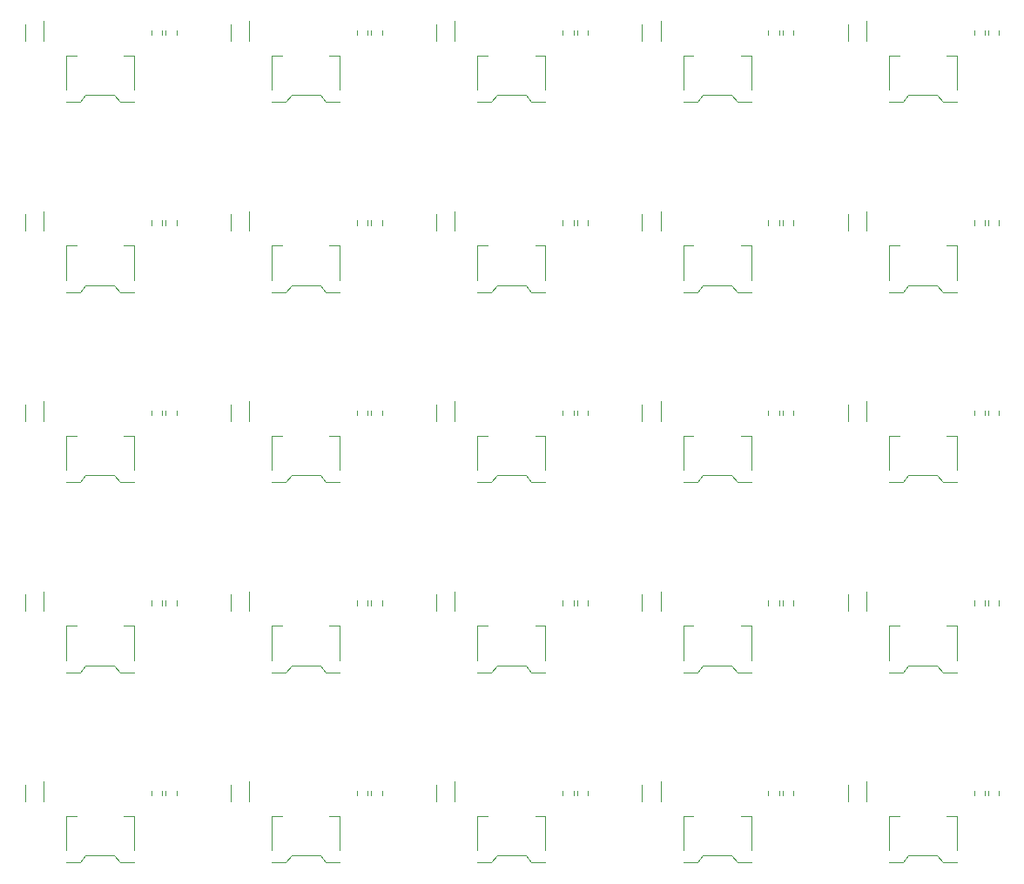
<source format=gto>
%TF.GenerationSoftware,KiCad,Pcbnew,(6.0.5)*%
%TF.CreationDate,2022-08-23T21:33:37+08:00*%
%TF.ProjectId,without-power-switch-using-molex-connector-panelized,77697468-6f75-4742-9d70-6f7765722d73,rev?*%
%TF.SameCoordinates,Original*%
%TF.FileFunction,Legend,Top*%
%TF.FilePolarity,Positive*%
%FSLAX46Y46*%
G04 Gerber Fmt 4.6, Leading zero omitted, Abs format (unit mm)*
G04 Created by KiCad (PCBNEW (6.0.5)) date 2022-08-23 21:33:37*
%MOMM*%
%LPD*%
G01*
G04 APERTURE LIST*
%ADD10C,0.120000*%
G04 APERTURE END LIST*
D10*
%TO.C,U1*%
X23700000Y-60800000D02*
X23700000Y-62400000D01*
X25500000Y-62400000D02*
X25500000Y-60500000D01*
%TO.C,R1*%
X98422500Y-24837258D02*
X98422500Y-24362742D01*
X97377500Y-24837258D02*
X97377500Y-24362742D01*
X117377500Y-98837258D02*
X117377500Y-98362742D01*
X118422500Y-98837258D02*
X118422500Y-98362742D01*
%TO.C,U1*%
X103700000Y-23800000D02*
X103700000Y-25400000D01*
X105500000Y-25400000D02*
X105500000Y-23500000D01*
%TO.C,J2*%
X49600000Y-67700000D02*
X52400000Y-67700000D01*
X54300000Y-63850000D02*
X53300000Y-63850000D01*
X47700000Y-63850000D02*
X48700000Y-63850000D01*
X47700000Y-68350000D02*
X49050000Y-68350000D01*
X49600000Y-67700000D02*
X49050000Y-68350000D01*
X47700000Y-67200000D02*
X47700000Y-63850000D01*
X52400000Y-67700000D02*
X52950000Y-68350000D01*
X54300000Y-68350000D02*
X52950000Y-68350000D01*
X54300000Y-67200000D02*
X54300000Y-63850000D01*
X32400000Y-104700000D02*
X32950000Y-105350000D01*
X27700000Y-105350000D02*
X29050000Y-105350000D01*
X29600000Y-104700000D02*
X32400000Y-104700000D01*
X34300000Y-104200000D02*
X34300000Y-100850000D01*
X27700000Y-100850000D02*
X28700000Y-100850000D01*
X34300000Y-100850000D02*
X33300000Y-100850000D01*
X29600000Y-104700000D02*
X29050000Y-105350000D01*
X34300000Y-105350000D02*
X32950000Y-105350000D01*
X27700000Y-104200000D02*
X27700000Y-100850000D01*
%TO.C,R2*%
X37022500Y-98362742D02*
X37022500Y-98837258D01*
X35977500Y-98362742D02*
X35977500Y-98837258D01*
%TO.C,U1*%
X105500000Y-62400000D02*
X105500000Y-60500000D01*
X103700000Y-60800000D02*
X103700000Y-62400000D01*
%TO.C,R2*%
X117022500Y-42862742D02*
X117022500Y-43337258D01*
X115977500Y-42862742D02*
X115977500Y-43337258D01*
%TO.C,J2*%
X89600000Y-86200000D02*
X89050000Y-86850000D01*
X94300000Y-86850000D02*
X92950000Y-86850000D01*
X89600000Y-86200000D02*
X92400000Y-86200000D01*
X87700000Y-82350000D02*
X88700000Y-82350000D01*
X87700000Y-86850000D02*
X89050000Y-86850000D01*
X92400000Y-86200000D02*
X92950000Y-86850000D01*
X94300000Y-85700000D02*
X94300000Y-82350000D01*
X94300000Y-82350000D02*
X93300000Y-82350000D01*
X87700000Y-85700000D02*
X87700000Y-82350000D01*
%TO.C,R1*%
X97377500Y-80337258D02*
X97377500Y-79862742D01*
X98422500Y-80337258D02*
X98422500Y-79862742D01*
X58422500Y-24837258D02*
X58422500Y-24362742D01*
X57377500Y-24837258D02*
X57377500Y-24362742D01*
X77377500Y-80337258D02*
X77377500Y-79862742D01*
X78422500Y-80337258D02*
X78422500Y-79862742D01*
X117377500Y-43337258D02*
X117377500Y-42862742D01*
X118422500Y-43337258D02*
X118422500Y-42862742D01*
X78422500Y-24837258D02*
X78422500Y-24362742D01*
X77377500Y-24837258D02*
X77377500Y-24362742D01*
%TO.C,R2*%
X77022500Y-98362742D02*
X77022500Y-98837258D01*
X75977500Y-98362742D02*
X75977500Y-98837258D01*
%TO.C,U1*%
X43700000Y-23800000D02*
X43700000Y-25400000D01*
X45500000Y-25400000D02*
X45500000Y-23500000D01*
%TO.C,J2*%
X69600000Y-86200000D02*
X69050000Y-86850000D01*
X67700000Y-82350000D02*
X68700000Y-82350000D01*
X74300000Y-85700000D02*
X74300000Y-82350000D01*
X74300000Y-86850000D02*
X72950000Y-86850000D01*
X69600000Y-86200000D02*
X72400000Y-86200000D01*
X67700000Y-86850000D02*
X69050000Y-86850000D01*
X74300000Y-82350000D02*
X73300000Y-82350000D01*
X72400000Y-86200000D02*
X72950000Y-86850000D01*
X67700000Y-85700000D02*
X67700000Y-82350000D01*
%TO.C,U1*%
X63700000Y-23800000D02*
X63700000Y-25400000D01*
X65500000Y-25400000D02*
X65500000Y-23500000D01*
%TO.C,R2*%
X117022500Y-61362742D02*
X117022500Y-61837258D01*
X115977500Y-61362742D02*
X115977500Y-61837258D01*
X57022500Y-42862742D02*
X57022500Y-43337258D01*
X55977500Y-42862742D02*
X55977500Y-43337258D01*
%TO.C,J2*%
X34300000Y-45350000D02*
X33300000Y-45350000D01*
X27700000Y-48700000D02*
X27700000Y-45350000D01*
X27700000Y-45350000D02*
X28700000Y-45350000D01*
X34300000Y-48700000D02*
X34300000Y-45350000D01*
X27700000Y-49850000D02*
X29050000Y-49850000D01*
X34300000Y-49850000D02*
X32950000Y-49850000D01*
X29600000Y-49200000D02*
X32400000Y-49200000D01*
X29600000Y-49200000D02*
X29050000Y-49850000D01*
X32400000Y-49200000D02*
X32950000Y-49850000D01*
X114300000Y-26850000D02*
X113300000Y-26850000D01*
X107700000Y-30200000D02*
X107700000Y-26850000D01*
X112400000Y-30700000D02*
X112950000Y-31350000D01*
X109600000Y-30700000D02*
X112400000Y-30700000D01*
X109600000Y-30700000D02*
X109050000Y-31350000D01*
X114300000Y-31350000D02*
X112950000Y-31350000D01*
X107700000Y-31350000D02*
X109050000Y-31350000D01*
X114300000Y-30200000D02*
X114300000Y-26850000D01*
X107700000Y-26850000D02*
X108700000Y-26850000D01*
%TO.C,R2*%
X97022500Y-24362742D02*
X97022500Y-24837258D01*
X95977500Y-24362742D02*
X95977500Y-24837258D01*
X97022500Y-79862742D02*
X97022500Y-80337258D01*
X95977500Y-79862742D02*
X95977500Y-80337258D01*
%TO.C,U1*%
X105500000Y-80900000D02*
X105500000Y-79000000D01*
X103700000Y-79300000D02*
X103700000Y-80900000D01*
%TO.C,R2*%
X37022500Y-24362742D02*
X37022500Y-24837258D01*
X35977500Y-24362742D02*
X35977500Y-24837258D01*
%TO.C,U1*%
X83700000Y-60800000D02*
X83700000Y-62400000D01*
X85500000Y-62400000D02*
X85500000Y-60500000D01*
X85500000Y-80900000D02*
X85500000Y-79000000D01*
X83700000Y-79300000D02*
X83700000Y-80900000D01*
%TO.C,R1*%
X58422500Y-61837258D02*
X58422500Y-61362742D01*
X57377500Y-61837258D02*
X57377500Y-61362742D01*
%TO.C,R2*%
X115977500Y-24362742D02*
X115977500Y-24837258D01*
X117022500Y-24362742D02*
X117022500Y-24837258D01*
%TO.C,R1*%
X97377500Y-61837258D02*
X97377500Y-61362742D01*
X98422500Y-61837258D02*
X98422500Y-61362742D01*
%TO.C,J2*%
X92400000Y-67700000D02*
X92950000Y-68350000D01*
X89600000Y-67700000D02*
X92400000Y-67700000D01*
X94300000Y-63850000D02*
X93300000Y-63850000D01*
X89600000Y-67700000D02*
X89050000Y-68350000D01*
X87700000Y-67200000D02*
X87700000Y-63850000D01*
X87700000Y-63850000D02*
X88700000Y-63850000D01*
X94300000Y-67200000D02*
X94300000Y-63850000D01*
X94300000Y-68350000D02*
X92950000Y-68350000D01*
X87700000Y-68350000D02*
X89050000Y-68350000D01*
%TO.C,R2*%
X35977500Y-61362742D02*
X35977500Y-61837258D01*
X37022500Y-61362742D02*
X37022500Y-61837258D01*
%TO.C,U1*%
X83700000Y-97800000D02*
X83700000Y-99400000D01*
X85500000Y-99400000D02*
X85500000Y-97500000D01*
%TO.C,R1*%
X77377500Y-43337258D02*
X77377500Y-42862742D01*
X78422500Y-43337258D02*
X78422500Y-42862742D01*
%TO.C,J2*%
X54300000Y-26850000D02*
X53300000Y-26850000D01*
X49600000Y-30700000D02*
X52400000Y-30700000D01*
X54300000Y-30200000D02*
X54300000Y-26850000D01*
X47700000Y-31350000D02*
X49050000Y-31350000D01*
X47700000Y-30200000D02*
X47700000Y-26850000D01*
X52400000Y-30700000D02*
X52950000Y-31350000D01*
X47700000Y-26850000D02*
X48700000Y-26850000D01*
X49600000Y-30700000D02*
X49050000Y-31350000D01*
X54300000Y-31350000D02*
X52950000Y-31350000D01*
%TO.C,U1*%
X83700000Y-42300000D02*
X83700000Y-43900000D01*
X85500000Y-43900000D02*
X85500000Y-42000000D01*
X23700000Y-23800000D02*
X23700000Y-25400000D01*
X25500000Y-25400000D02*
X25500000Y-23500000D01*
%TO.C,R2*%
X55977500Y-98362742D02*
X55977500Y-98837258D01*
X57022500Y-98362742D02*
X57022500Y-98837258D01*
%TO.C,R1*%
X118422500Y-24837258D02*
X118422500Y-24362742D01*
X117377500Y-24837258D02*
X117377500Y-24362742D01*
%TO.C,R2*%
X115977500Y-98362742D02*
X115977500Y-98837258D01*
X117022500Y-98362742D02*
X117022500Y-98837258D01*
%TO.C,U1*%
X103700000Y-97800000D02*
X103700000Y-99400000D01*
X105500000Y-99400000D02*
X105500000Y-97500000D01*
X65500000Y-43900000D02*
X65500000Y-42000000D01*
X63700000Y-42300000D02*
X63700000Y-43900000D01*
%TO.C,J2*%
X74300000Y-45350000D02*
X73300000Y-45350000D01*
X67700000Y-49850000D02*
X69050000Y-49850000D01*
X67700000Y-48700000D02*
X67700000Y-45350000D01*
X72400000Y-49200000D02*
X72950000Y-49850000D01*
X67700000Y-45350000D02*
X68700000Y-45350000D01*
X74300000Y-48700000D02*
X74300000Y-45350000D01*
X69600000Y-49200000D02*
X72400000Y-49200000D01*
X74300000Y-49850000D02*
X72950000Y-49850000D01*
X69600000Y-49200000D02*
X69050000Y-49850000D01*
%TO.C,R2*%
X57022500Y-24362742D02*
X57022500Y-24837258D01*
X55977500Y-24362742D02*
X55977500Y-24837258D01*
%TO.C,J2*%
X34300000Y-26850000D02*
X33300000Y-26850000D01*
X27700000Y-30200000D02*
X27700000Y-26850000D01*
X29600000Y-30700000D02*
X29050000Y-31350000D01*
X29600000Y-30700000D02*
X32400000Y-30700000D01*
X34300000Y-30200000D02*
X34300000Y-26850000D01*
X32400000Y-30700000D02*
X32950000Y-31350000D01*
X27700000Y-31350000D02*
X29050000Y-31350000D01*
X34300000Y-31350000D02*
X32950000Y-31350000D01*
X27700000Y-26850000D02*
X28700000Y-26850000D01*
X112400000Y-49200000D02*
X112950000Y-49850000D01*
X109600000Y-49200000D02*
X112400000Y-49200000D01*
X107700000Y-45350000D02*
X108700000Y-45350000D01*
X114300000Y-45350000D02*
X113300000Y-45350000D01*
X107700000Y-48700000D02*
X107700000Y-45350000D01*
X109600000Y-49200000D02*
X109050000Y-49850000D01*
X114300000Y-48700000D02*
X114300000Y-45350000D01*
X107700000Y-49850000D02*
X109050000Y-49850000D01*
X114300000Y-49850000D02*
X112950000Y-49850000D01*
%TO.C,R2*%
X95977500Y-42862742D02*
X95977500Y-43337258D01*
X97022500Y-42862742D02*
X97022500Y-43337258D01*
%TO.C,J2*%
X34300000Y-67200000D02*
X34300000Y-63850000D01*
X29600000Y-67700000D02*
X32400000Y-67700000D01*
X29600000Y-67700000D02*
X29050000Y-68350000D01*
X32400000Y-67700000D02*
X32950000Y-68350000D01*
X27700000Y-67200000D02*
X27700000Y-63850000D01*
X27700000Y-63850000D02*
X28700000Y-63850000D01*
X34300000Y-63850000D02*
X33300000Y-63850000D01*
X34300000Y-68350000D02*
X32950000Y-68350000D01*
X27700000Y-68350000D02*
X29050000Y-68350000D01*
%TO.C,R2*%
X55977500Y-79862742D02*
X55977500Y-80337258D01*
X57022500Y-79862742D02*
X57022500Y-80337258D01*
%TO.C,U1*%
X103700000Y-42300000D02*
X103700000Y-43900000D01*
X105500000Y-43900000D02*
X105500000Y-42000000D01*
%TO.C,R1*%
X58422500Y-80337258D02*
X58422500Y-79862742D01*
X57377500Y-80337258D02*
X57377500Y-79862742D01*
%TO.C,J2*%
X69600000Y-30700000D02*
X72400000Y-30700000D01*
X74300000Y-26850000D02*
X73300000Y-26850000D01*
X67700000Y-31350000D02*
X69050000Y-31350000D01*
X72400000Y-30700000D02*
X72950000Y-31350000D01*
X67700000Y-30200000D02*
X67700000Y-26850000D01*
X69600000Y-30700000D02*
X69050000Y-31350000D01*
X74300000Y-31350000D02*
X72950000Y-31350000D01*
X74300000Y-30200000D02*
X74300000Y-26850000D01*
X67700000Y-26850000D02*
X68700000Y-26850000D01*
%TO.C,U1*%
X63700000Y-79300000D02*
X63700000Y-80900000D01*
X65500000Y-80900000D02*
X65500000Y-79000000D01*
X43700000Y-42300000D02*
X43700000Y-43900000D01*
X45500000Y-43900000D02*
X45500000Y-42000000D01*
%TO.C,R1*%
X37377500Y-98837258D02*
X37377500Y-98362742D01*
X38422500Y-98837258D02*
X38422500Y-98362742D01*
X97377500Y-98837258D02*
X97377500Y-98362742D01*
X98422500Y-98837258D02*
X98422500Y-98362742D01*
X38422500Y-43337258D02*
X38422500Y-42862742D01*
X37377500Y-43337258D02*
X37377500Y-42862742D01*
%TO.C,R2*%
X95977500Y-98362742D02*
X95977500Y-98837258D01*
X97022500Y-98362742D02*
X97022500Y-98837258D01*
%TO.C,J2*%
X114300000Y-63850000D02*
X113300000Y-63850000D01*
X109600000Y-67700000D02*
X109050000Y-68350000D01*
X114300000Y-68350000D02*
X112950000Y-68350000D01*
X107700000Y-68350000D02*
X109050000Y-68350000D01*
X107700000Y-63850000D02*
X108700000Y-63850000D01*
X112400000Y-67700000D02*
X112950000Y-68350000D01*
X109600000Y-67700000D02*
X112400000Y-67700000D01*
X114300000Y-67200000D02*
X114300000Y-63850000D01*
X107700000Y-67200000D02*
X107700000Y-63850000D01*
%TO.C,R1*%
X77377500Y-61837258D02*
X77377500Y-61362742D01*
X78422500Y-61837258D02*
X78422500Y-61362742D01*
%TO.C,J2*%
X87700000Y-105350000D02*
X89050000Y-105350000D01*
X92400000Y-104700000D02*
X92950000Y-105350000D01*
X94300000Y-100850000D02*
X93300000Y-100850000D01*
X89600000Y-104700000D02*
X89050000Y-105350000D01*
X87700000Y-100850000D02*
X88700000Y-100850000D01*
X89600000Y-104700000D02*
X92400000Y-104700000D01*
X87700000Y-104200000D02*
X87700000Y-100850000D01*
X94300000Y-105350000D02*
X92950000Y-105350000D01*
X94300000Y-104200000D02*
X94300000Y-100850000D01*
%TO.C,U1*%
X65500000Y-62400000D02*
X65500000Y-60500000D01*
X63700000Y-60800000D02*
X63700000Y-62400000D01*
%TO.C,R1*%
X37377500Y-80337258D02*
X37377500Y-79862742D01*
X38422500Y-80337258D02*
X38422500Y-79862742D01*
%TO.C,R2*%
X77022500Y-42862742D02*
X77022500Y-43337258D01*
X75977500Y-42862742D02*
X75977500Y-43337258D01*
X117022500Y-79862742D02*
X117022500Y-80337258D01*
X115977500Y-79862742D02*
X115977500Y-80337258D01*
%TO.C,R1*%
X117377500Y-80337258D02*
X117377500Y-79862742D01*
X118422500Y-80337258D02*
X118422500Y-79862742D01*
%TO.C,J2*%
X29600000Y-86200000D02*
X32400000Y-86200000D01*
X27700000Y-82350000D02*
X28700000Y-82350000D01*
X34300000Y-85700000D02*
X34300000Y-82350000D01*
X27700000Y-85700000D02*
X27700000Y-82350000D01*
X34300000Y-86850000D02*
X32950000Y-86850000D01*
X34300000Y-82350000D02*
X33300000Y-82350000D01*
X32400000Y-86200000D02*
X32950000Y-86850000D01*
X27700000Y-86850000D02*
X29050000Y-86850000D01*
X29600000Y-86200000D02*
X29050000Y-86850000D01*
%TO.C,U1*%
X65500000Y-99400000D02*
X65500000Y-97500000D01*
X63700000Y-97800000D02*
X63700000Y-99400000D01*
%TO.C,J2*%
X47700000Y-85700000D02*
X47700000Y-82350000D01*
X47700000Y-86850000D02*
X49050000Y-86850000D01*
X49600000Y-86200000D02*
X52400000Y-86200000D01*
X54300000Y-85700000D02*
X54300000Y-82350000D01*
X49600000Y-86200000D02*
X49050000Y-86850000D01*
X54300000Y-86850000D02*
X52950000Y-86850000D01*
X47700000Y-82350000D02*
X48700000Y-82350000D01*
X54300000Y-82350000D02*
X53300000Y-82350000D01*
X52400000Y-86200000D02*
X52950000Y-86850000D01*
%TO.C,R2*%
X77022500Y-79862742D02*
X77022500Y-80337258D01*
X75977500Y-79862742D02*
X75977500Y-80337258D01*
%TO.C,J2*%
X89600000Y-49200000D02*
X89050000Y-49850000D01*
X94300000Y-49850000D02*
X92950000Y-49850000D01*
X87700000Y-48700000D02*
X87700000Y-45350000D01*
X89600000Y-49200000D02*
X92400000Y-49200000D01*
X87700000Y-49850000D02*
X89050000Y-49850000D01*
X94300000Y-45350000D02*
X93300000Y-45350000D01*
X87700000Y-45350000D02*
X88700000Y-45350000D01*
X92400000Y-49200000D02*
X92950000Y-49850000D01*
X94300000Y-48700000D02*
X94300000Y-45350000D01*
%TO.C,U1*%
X45500000Y-80900000D02*
X45500000Y-79000000D01*
X43700000Y-79300000D02*
X43700000Y-80900000D01*
%TO.C,R2*%
X57022500Y-61362742D02*
X57022500Y-61837258D01*
X55977500Y-61362742D02*
X55977500Y-61837258D01*
%TO.C,U1*%
X45500000Y-99400000D02*
X45500000Y-97500000D01*
X43700000Y-97800000D02*
X43700000Y-99400000D01*
%TO.C,J2*%
X107700000Y-100850000D02*
X108700000Y-100850000D01*
X114300000Y-105350000D02*
X112950000Y-105350000D01*
X112400000Y-104700000D02*
X112950000Y-105350000D01*
X114300000Y-104200000D02*
X114300000Y-100850000D01*
X109600000Y-104700000D02*
X109050000Y-105350000D01*
X107700000Y-104200000D02*
X107700000Y-100850000D01*
X109600000Y-104700000D02*
X112400000Y-104700000D01*
X107700000Y-105350000D02*
X109050000Y-105350000D01*
X114300000Y-100850000D02*
X113300000Y-100850000D01*
%TO.C,R2*%
X75977500Y-61362742D02*
X75977500Y-61837258D01*
X77022500Y-61362742D02*
X77022500Y-61837258D01*
%TO.C,J2*%
X49600000Y-49200000D02*
X52400000Y-49200000D01*
X47700000Y-48700000D02*
X47700000Y-45350000D01*
X54300000Y-48700000D02*
X54300000Y-45350000D01*
X54300000Y-49850000D02*
X52950000Y-49850000D01*
X54300000Y-45350000D02*
X53300000Y-45350000D01*
X47700000Y-45350000D02*
X48700000Y-45350000D01*
X52400000Y-49200000D02*
X52950000Y-49850000D01*
X47700000Y-49850000D02*
X49050000Y-49850000D01*
X49600000Y-49200000D02*
X49050000Y-49850000D01*
%TO.C,U1*%
X43700000Y-60800000D02*
X43700000Y-62400000D01*
X45500000Y-62400000D02*
X45500000Y-60500000D01*
X83700000Y-23800000D02*
X83700000Y-25400000D01*
X85500000Y-25400000D02*
X85500000Y-23500000D01*
%TO.C,R1*%
X97377500Y-43337258D02*
X97377500Y-42862742D01*
X98422500Y-43337258D02*
X98422500Y-42862742D01*
X58422500Y-43337258D02*
X58422500Y-42862742D01*
X57377500Y-43337258D02*
X57377500Y-42862742D01*
%TO.C,J2*%
X109600000Y-86200000D02*
X109050000Y-86850000D01*
X107700000Y-86850000D02*
X109050000Y-86850000D01*
X114300000Y-82350000D02*
X113300000Y-82350000D01*
X107700000Y-82350000D02*
X108700000Y-82350000D01*
X114300000Y-85700000D02*
X114300000Y-82350000D01*
X107700000Y-85700000D02*
X107700000Y-82350000D01*
X114300000Y-86850000D02*
X112950000Y-86850000D01*
X112400000Y-86200000D02*
X112950000Y-86850000D01*
X109600000Y-86200000D02*
X112400000Y-86200000D01*
%TO.C,U1*%
X23700000Y-42300000D02*
X23700000Y-43900000D01*
X25500000Y-43900000D02*
X25500000Y-42000000D01*
%TO.C,R2*%
X35977500Y-79862742D02*
X35977500Y-80337258D01*
X37022500Y-79862742D02*
X37022500Y-80337258D01*
%TO.C,U1*%
X23700000Y-79300000D02*
X23700000Y-80900000D01*
X25500000Y-80900000D02*
X25500000Y-79000000D01*
%TO.C,R1*%
X57377500Y-98837258D02*
X57377500Y-98362742D01*
X58422500Y-98837258D02*
X58422500Y-98362742D01*
X117377500Y-61837258D02*
X117377500Y-61362742D01*
X118422500Y-61837258D02*
X118422500Y-61362742D01*
%TO.C,U1*%
X23700000Y-97800000D02*
X23700000Y-99400000D01*
X25500000Y-99400000D02*
X25500000Y-97500000D01*
%TO.C,R2*%
X77022500Y-24362742D02*
X77022500Y-24837258D01*
X75977500Y-24362742D02*
X75977500Y-24837258D01*
%TO.C,J2*%
X74300000Y-104200000D02*
X74300000Y-100850000D01*
X74300000Y-100850000D02*
X73300000Y-100850000D01*
X67700000Y-100850000D02*
X68700000Y-100850000D01*
X69600000Y-104700000D02*
X72400000Y-104700000D01*
X72400000Y-104700000D02*
X72950000Y-105350000D01*
X74300000Y-105350000D02*
X72950000Y-105350000D01*
X67700000Y-104200000D02*
X67700000Y-100850000D01*
X69600000Y-104700000D02*
X69050000Y-105350000D01*
X67700000Y-105350000D02*
X69050000Y-105350000D01*
%TO.C,R2*%
X97022500Y-61362742D02*
X97022500Y-61837258D01*
X95977500Y-61362742D02*
X95977500Y-61837258D01*
%TO.C,J2*%
X47700000Y-100850000D02*
X48700000Y-100850000D01*
X54300000Y-105350000D02*
X52950000Y-105350000D01*
X54300000Y-100850000D02*
X53300000Y-100850000D01*
X47700000Y-104200000D02*
X47700000Y-100850000D01*
X47700000Y-105350000D02*
X49050000Y-105350000D01*
X54300000Y-104200000D02*
X54300000Y-100850000D01*
X49600000Y-104700000D02*
X52400000Y-104700000D01*
X49600000Y-104700000D02*
X49050000Y-105350000D01*
X52400000Y-104700000D02*
X52950000Y-105350000D01*
%TO.C,R1*%
X38422500Y-24837258D02*
X38422500Y-24362742D01*
X37377500Y-24837258D02*
X37377500Y-24362742D01*
X78422500Y-98837258D02*
X78422500Y-98362742D01*
X77377500Y-98837258D02*
X77377500Y-98362742D01*
%TO.C,J2*%
X74300000Y-68350000D02*
X72950000Y-68350000D01*
X72400000Y-67700000D02*
X72950000Y-68350000D01*
X67700000Y-63850000D02*
X68700000Y-63850000D01*
X69600000Y-67700000D02*
X69050000Y-68350000D01*
X74300000Y-63850000D02*
X73300000Y-63850000D01*
X74300000Y-67200000D02*
X74300000Y-63850000D01*
X67700000Y-67200000D02*
X67700000Y-63850000D01*
X67700000Y-68350000D02*
X69050000Y-68350000D01*
X69600000Y-67700000D02*
X72400000Y-67700000D01*
%TO.C,R1*%
X38422500Y-61837258D02*
X38422500Y-61362742D01*
X37377500Y-61837258D02*
X37377500Y-61362742D01*
%TO.C,J2*%
X94300000Y-30200000D02*
X94300000Y-26850000D01*
X87700000Y-30200000D02*
X87700000Y-26850000D01*
X94300000Y-31350000D02*
X92950000Y-31350000D01*
X94300000Y-26850000D02*
X93300000Y-26850000D01*
X87700000Y-31350000D02*
X89050000Y-31350000D01*
X89600000Y-30700000D02*
X92400000Y-30700000D01*
X87700000Y-26850000D02*
X88700000Y-26850000D01*
X92400000Y-30700000D02*
X92950000Y-31350000D01*
X89600000Y-30700000D02*
X89050000Y-31350000D01*
%TO.C,R2*%
X35977500Y-42862742D02*
X35977500Y-43337258D01*
X37022500Y-42862742D02*
X37022500Y-43337258D01*
%TD*%
M02*

</source>
